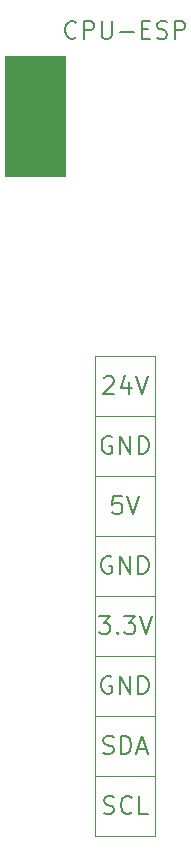
<source format=gbr>
%TF.GenerationSoftware,KiCad,Pcbnew,8.0.4-8.0.4-0~ubuntu22.04.1*%
%TF.CreationDate,2024-08-03T19:16:44+03:00*%
%TF.ProjectId,PM-CPU-ESP-front,504d2d43-5055-42d4-9553-502d66726f6e,rev?*%
%TF.SameCoordinates,Original*%
%TF.FileFunction,Legend,Top*%
%TF.FilePolarity,Positive*%
%FSLAX46Y46*%
G04 Gerber Fmt 4.6, Leading zero omitted, Abs format (unit mm)*
G04 Created by KiCad (PCBNEW 8.0.4-8.0.4-0~ubuntu22.04.1) date 2024-08-03 19:16:44*
%MOMM*%
%LPD*%
G01*
G04 APERTURE LIST*
%ADD10C,0.200000*%
%ADD11C,0.100000*%
%ADD12O,1.700000X1.700000*%
%ADD13R,1.700000X1.700000*%
G04 APERTURE END LIST*
D10*
X143177142Y-53003171D02*
X143105714Y-53074600D01*
X143105714Y-53074600D02*
X142891428Y-53146028D01*
X142891428Y-53146028D02*
X142748571Y-53146028D01*
X142748571Y-53146028D02*
X142534285Y-53074600D01*
X142534285Y-53074600D02*
X142391428Y-52931742D01*
X142391428Y-52931742D02*
X142319999Y-52788885D01*
X142319999Y-52788885D02*
X142248571Y-52503171D01*
X142248571Y-52503171D02*
X142248571Y-52288885D01*
X142248571Y-52288885D02*
X142319999Y-52003171D01*
X142319999Y-52003171D02*
X142391428Y-51860314D01*
X142391428Y-51860314D02*
X142534285Y-51717457D01*
X142534285Y-51717457D02*
X142748571Y-51646028D01*
X142748571Y-51646028D02*
X142891428Y-51646028D01*
X142891428Y-51646028D02*
X143105714Y-51717457D01*
X143105714Y-51717457D02*
X143177142Y-51788885D01*
X143819999Y-53146028D02*
X143819999Y-51646028D01*
X143819999Y-51646028D02*
X144391428Y-51646028D01*
X144391428Y-51646028D02*
X144534285Y-51717457D01*
X144534285Y-51717457D02*
X144605714Y-51788885D01*
X144605714Y-51788885D02*
X144677142Y-51931742D01*
X144677142Y-51931742D02*
X144677142Y-52146028D01*
X144677142Y-52146028D02*
X144605714Y-52288885D01*
X144605714Y-52288885D02*
X144534285Y-52360314D01*
X144534285Y-52360314D02*
X144391428Y-52431742D01*
X144391428Y-52431742D02*
X143819999Y-52431742D01*
X145319999Y-51646028D02*
X145319999Y-52860314D01*
X145319999Y-52860314D02*
X145391428Y-53003171D01*
X145391428Y-53003171D02*
X145462857Y-53074600D01*
X145462857Y-53074600D02*
X145605714Y-53146028D01*
X145605714Y-53146028D02*
X145891428Y-53146028D01*
X145891428Y-53146028D02*
X146034285Y-53074600D01*
X146034285Y-53074600D02*
X146105714Y-53003171D01*
X146105714Y-53003171D02*
X146177142Y-52860314D01*
X146177142Y-52860314D02*
X146177142Y-51646028D01*
X146891428Y-52574600D02*
X148034286Y-52574600D01*
X148748571Y-52360314D02*
X149248571Y-52360314D01*
X149462857Y-53146028D02*
X148748571Y-53146028D01*
X148748571Y-53146028D02*
X148748571Y-51646028D01*
X148748571Y-51646028D02*
X149462857Y-51646028D01*
X150034286Y-53074600D02*
X150248572Y-53146028D01*
X150248572Y-53146028D02*
X150605714Y-53146028D01*
X150605714Y-53146028D02*
X150748572Y-53074600D01*
X150748572Y-53074600D02*
X150820000Y-53003171D01*
X150820000Y-53003171D02*
X150891429Y-52860314D01*
X150891429Y-52860314D02*
X150891429Y-52717457D01*
X150891429Y-52717457D02*
X150820000Y-52574600D01*
X150820000Y-52574600D02*
X150748572Y-52503171D01*
X150748572Y-52503171D02*
X150605714Y-52431742D01*
X150605714Y-52431742D02*
X150320000Y-52360314D01*
X150320000Y-52360314D02*
X150177143Y-52288885D01*
X150177143Y-52288885D02*
X150105714Y-52217457D01*
X150105714Y-52217457D02*
X150034286Y-52074600D01*
X150034286Y-52074600D02*
X150034286Y-51931742D01*
X150034286Y-51931742D02*
X150105714Y-51788885D01*
X150105714Y-51788885D02*
X150177143Y-51717457D01*
X150177143Y-51717457D02*
X150320000Y-51646028D01*
X150320000Y-51646028D02*
X150677143Y-51646028D01*
X150677143Y-51646028D02*
X150891429Y-51717457D01*
X151534285Y-53146028D02*
X151534285Y-51646028D01*
X151534285Y-51646028D02*
X152105714Y-51646028D01*
X152105714Y-51646028D02*
X152248571Y-51717457D01*
X152248571Y-51717457D02*
X152320000Y-51788885D01*
X152320000Y-51788885D02*
X152391428Y-51931742D01*
X152391428Y-51931742D02*
X152391428Y-52146028D01*
X152391428Y-52146028D02*
X152320000Y-52288885D01*
X152320000Y-52288885D02*
X152248571Y-52360314D01*
X152248571Y-52360314D02*
X152105714Y-52431742D01*
X152105714Y-52431742D02*
X151534285Y-52431742D01*
D11*
X137160000Y-54610000D02*
X142240000Y-54610000D01*
X142240000Y-64770000D01*
X137160000Y-64770000D01*
X137160000Y-54610000D01*
G36*
X137160000Y-54610000D02*
G01*
X142240000Y-54610000D01*
X142240000Y-64770000D01*
X137160000Y-64770000D01*
X137160000Y-54610000D01*
G37*
X144780000Y-80010000D02*
X149860000Y-80010000D01*
X149860000Y-85090000D01*
X144780000Y-85090000D01*
X144780000Y-80010000D01*
X144780000Y-115570000D02*
X149860000Y-115570000D01*
X149860000Y-120650000D01*
X144780000Y-120650000D01*
X144780000Y-115570000D01*
X144780000Y-100330000D02*
X149860000Y-100330000D01*
X149860000Y-105410000D01*
X144780000Y-105410000D01*
X144780000Y-100330000D01*
X144780000Y-85090000D02*
X149860000Y-85090000D01*
X149860000Y-90170000D01*
X144780000Y-90170000D01*
X144780000Y-85090000D01*
X144780000Y-110490000D02*
X149860000Y-110490000D01*
X149860000Y-115570000D01*
X144780000Y-115570000D01*
X144780000Y-110490000D01*
X144780000Y-105410000D02*
X149860000Y-105410000D01*
X149860000Y-110490000D01*
X144780000Y-110490000D01*
X144780000Y-105410000D01*
X144780000Y-90170000D02*
X149860000Y-90170000D01*
X149860000Y-95250000D01*
X144780000Y-95250000D01*
X144780000Y-90170000D01*
X144780000Y-95250000D02*
X149860000Y-95250000D01*
X149860000Y-100330000D01*
X144780000Y-100330000D01*
X144780000Y-95250000D01*
D10*
X146158721Y-107198957D02*
X146015864Y-107127528D01*
X146015864Y-107127528D02*
X145801578Y-107127528D01*
X145801578Y-107127528D02*
X145587292Y-107198957D01*
X145587292Y-107198957D02*
X145444435Y-107341814D01*
X145444435Y-107341814D02*
X145373006Y-107484671D01*
X145373006Y-107484671D02*
X145301578Y-107770385D01*
X145301578Y-107770385D02*
X145301578Y-107984671D01*
X145301578Y-107984671D02*
X145373006Y-108270385D01*
X145373006Y-108270385D02*
X145444435Y-108413242D01*
X145444435Y-108413242D02*
X145587292Y-108556100D01*
X145587292Y-108556100D02*
X145801578Y-108627528D01*
X145801578Y-108627528D02*
X145944435Y-108627528D01*
X145944435Y-108627528D02*
X146158721Y-108556100D01*
X146158721Y-108556100D02*
X146230149Y-108484671D01*
X146230149Y-108484671D02*
X146230149Y-107984671D01*
X146230149Y-107984671D02*
X145944435Y-107984671D01*
X146873006Y-108627528D02*
X146873006Y-107127528D01*
X146873006Y-107127528D02*
X147730149Y-108627528D01*
X147730149Y-108627528D02*
X147730149Y-107127528D01*
X148444435Y-108627528D02*
X148444435Y-107127528D01*
X148444435Y-107127528D02*
X148801578Y-107127528D01*
X148801578Y-107127528D02*
X149015864Y-107198957D01*
X149015864Y-107198957D02*
X149158721Y-107341814D01*
X149158721Y-107341814D02*
X149230150Y-107484671D01*
X149230150Y-107484671D02*
X149301578Y-107770385D01*
X149301578Y-107770385D02*
X149301578Y-107984671D01*
X149301578Y-107984671D02*
X149230150Y-108270385D01*
X149230150Y-108270385D02*
X149158721Y-108413242D01*
X149158721Y-108413242D02*
X149015864Y-108556100D01*
X149015864Y-108556100D02*
X148801578Y-108627528D01*
X148801578Y-108627528D02*
X148444435Y-108627528D01*
X145105714Y-102047528D02*
X146034286Y-102047528D01*
X146034286Y-102047528D02*
X145534286Y-102618957D01*
X145534286Y-102618957D02*
X145748571Y-102618957D01*
X145748571Y-102618957D02*
X145891429Y-102690385D01*
X145891429Y-102690385D02*
X145962857Y-102761814D01*
X145962857Y-102761814D02*
X146034286Y-102904671D01*
X146034286Y-102904671D02*
X146034286Y-103261814D01*
X146034286Y-103261814D02*
X145962857Y-103404671D01*
X145962857Y-103404671D02*
X145891429Y-103476100D01*
X145891429Y-103476100D02*
X145748571Y-103547528D01*
X145748571Y-103547528D02*
X145320000Y-103547528D01*
X145320000Y-103547528D02*
X145177143Y-103476100D01*
X145177143Y-103476100D02*
X145105714Y-103404671D01*
X146677142Y-103404671D02*
X146748571Y-103476100D01*
X146748571Y-103476100D02*
X146677142Y-103547528D01*
X146677142Y-103547528D02*
X146605714Y-103476100D01*
X146605714Y-103476100D02*
X146677142Y-103404671D01*
X146677142Y-103404671D02*
X146677142Y-103547528D01*
X147248571Y-102047528D02*
X148177143Y-102047528D01*
X148177143Y-102047528D02*
X147677143Y-102618957D01*
X147677143Y-102618957D02*
X147891428Y-102618957D01*
X147891428Y-102618957D02*
X148034286Y-102690385D01*
X148034286Y-102690385D02*
X148105714Y-102761814D01*
X148105714Y-102761814D02*
X148177143Y-102904671D01*
X148177143Y-102904671D02*
X148177143Y-103261814D01*
X148177143Y-103261814D02*
X148105714Y-103404671D01*
X148105714Y-103404671D02*
X148034286Y-103476100D01*
X148034286Y-103476100D02*
X147891428Y-103547528D01*
X147891428Y-103547528D02*
X147462857Y-103547528D01*
X147462857Y-103547528D02*
X147320000Y-103476100D01*
X147320000Y-103476100D02*
X147248571Y-103404671D01*
X148605714Y-102047528D02*
X149105714Y-103547528D01*
X149105714Y-103547528D02*
X149605714Y-102047528D01*
X145534286Y-81870385D02*
X145605714Y-81798957D01*
X145605714Y-81798957D02*
X145748572Y-81727528D01*
X145748572Y-81727528D02*
X146105714Y-81727528D01*
X146105714Y-81727528D02*
X146248572Y-81798957D01*
X146248572Y-81798957D02*
X146320000Y-81870385D01*
X146320000Y-81870385D02*
X146391429Y-82013242D01*
X146391429Y-82013242D02*
X146391429Y-82156100D01*
X146391429Y-82156100D02*
X146320000Y-82370385D01*
X146320000Y-82370385D02*
X145462857Y-83227528D01*
X145462857Y-83227528D02*
X146391429Y-83227528D01*
X147677143Y-82227528D02*
X147677143Y-83227528D01*
X147320000Y-81656100D02*
X146962857Y-82727528D01*
X146962857Y-82727528D02*
X147891428Y-82727528D01*
X148248571Y-81727528D02*
X148748571Y-83227528D01*
X148748571Y-83227528D02*
X149248571Y-81727528D01*
X147015864Y-91887528D02*
X146301578Y-91887528D01*
X146301578Y-91887528D02*
X146230150Y-92601814D01*
X146230150Y-92601814D02*
X146301578Y-92530385D01*
X146301578Y-92530385D02*
X146444436Y-92458957D01*
X146444436Y-92458957D02*
X146801578Y-92458957D01*
X146801578Y-92458957D02*
X146944436Y-92530385D01*
X146944436Y-92530385D02*
X147015864Y-92601814D01*
X147015864Y-92601814D02*
X147087293Y-92744671D01*
X147087293Y-92744671D02*
X147087293Y-93101814D01*
X147087293Y-93101814D02*
X147015864Y-93244671D01*
X147015864Y-93244671D02*
X146944436Y-93316100D01*
X146944436Y-93316100D02*
X146801578Y-93387528D01*
X146801578Y-93387528D02*
X146444436Y-93387528D01*
X146444436Y-93387528D02*
X146301578Y-93316100D01*
X146301578Y-93316100D02*
X146230150Y-93244671D01*
X147515864Y-91887528D02*
X148015864Y-93387528D01*
X148015864Y-93387528D02*
X148515864Y-91887528D01*
X146177143Y-86878957D02*
X146034286Y-86807528D01*
X146034286Y-86807528D02*
X145820000Y-86807528D01*
X145820000Y-86807528D02*
X145605714Y-86878957D01*
X145605714Y-86878957D02*
X145462857Y-87021814D01*
X145462857Y-87021814D02*
X145391428Y-87164671D01*
X145391428Y-87164671D02*
X145320000Y-87450385D01*
X145320000Y-87450385D02*
X145320000Y-87664671D01*
X145320000Y-87664671D02*
X145391428Y-87950385D01*
X145391428Y-87950385D02*
X145462857Y-88093242D01*
X145462857Y-88093242D02*
X145605714Y-88236100D01*
X145605714Y-88236100D02*
X145820000Y-88307528D01*
X145820000Y-88307528D02*
X145962857Y-88307528D01*
X145962857Y-88307528D02*
X146177143Y-88236100D01*
X146177143Y-88236100D02*
X146248571Y-88164671D01*
X146248571Y-88164671D02*
X146248571Y-87664671D01*
X146248571Y-87664671D02*
X145962857Y-87664671D01*
X146891428Y-88307528D02*
X146891428Y-86807528D01*
X146891428Y-86807528D02*
X147748571Y-88307528D01*
X147748571Y-88307528D02*
X147748571Y-86807528D01*
X148462857Y-88307528D02*
X148462857Y-86807528D01*
X148462857Y-86807528D02*
X148820000Y-86807528D01*
X148820000Y-86807528D02*
X149034286Y-86878957D01*
X149034286Y-86878957D02*
X149177143Y-87021814D01*
X149177143Y-87021814D02*
X149248572Y-87164671D01*
X149248572Y-87164671D02*
X149320000Y-87450385D01*
X149320000Y-87450385D02*
X149320000Y-87664671D01*
X149320000Y-87664671D02*
X149248572Y-87950385D01*
X149248572Y-87950385D02*
X149177143Y-88093242D01*
X149177143Y-88093242D02*
X149034286Y-88236100D01*
X149034286Y-88236100D02*
X148820000Y-88307528D01*
X148820000Y-88307528D02*
X148462857Y-88307528D01*
X146158721Y-97038957D02*
X146015864Y-96967528D01*
X146015864Y-96967528D02*
X145801578Y-96967528D01*
X145801578Y-96967528D02*
X145587292Y-97038957D01*
X145587292Y-97038957D02*
X145444435Y-97181814D01*
X145444435Y-97181814D02*
X145373006Y-97324671D01*
X145373006Y-97324671D02*
X145301578Y-97610385D01*
X145301578Y-97610385D02*
X145301578Y-97824671D01*
X145301578Y-97824671D02*
X145373006Y-98110385D01*
X145373006Y-98110385D02*
X145444435Y-98253242D01*
X145444435Y-98253242D02*
X145587292Y-98396100D01*
X145587292Y-98396100D02*
X145801578Y-98467528D01*
X145801578Y-98467528D02*
X145944435Y-98467528D01*
X145944435Y-98467528D02*
X146158721Y-98396100D01*
X146158721Y-98396100D02*
X146230149Y-98324671D01*
X146230149Y-98324671D02*
X146230149Y-97824671D01*
X146230149Y-97824671D02*
X145944435Y-97824671D01*
X146873006Y-98467528D02*
X146873006Y-96967528D01*
X146873006Y-96967528D02*
X147730149Y-98467528D01*
X147730149Y-98467528D02*
X147730149Y-96967528D01*
X148444435Y-98467528D02*
X148444435Y-96967528D01*
X148444435Y-96967528D02*
X148801578Y-96967528D01*
X148801578Y-96967528D02*
X149015864Y-97038957D01*
X149015864Y-97038957D02*
X149158721Y-97181814D01*
X149158721Y-97181814D02*
X149230150Y-97324671D01*
X149230150Y-97324671D02*
X149301578Y-97610385D01*
X149301578Y-97610385D02*
X149301578Y-97824671D01*
X149301578Y-97824671D02*
X149230150Y-98110385D01*
X149230150Y-98110385D02*
X149158721Y-98253242D01*
X149158721Y-98253242D02*
X149015864Y-98396100D01*
X149015864Y-98396100D02*
X148801578Y-98467528D01*
X148801578Y-98467528D02*
X148444435Y-98467528D01*
X145515864Y-118716100D02*
X145730150Y-118787528D01*
X145730150Y-118787528D02*
X146087292Y-118787528D01*
X146087292Y-118787528D02*
X146230150Y-118716100D01*
X146230150Y-118716100D02*
X146301578Y-118644671D01*
X146301578Y-118644671D02*
X146373007Y-118501814D01*
X146373007Y-118501814D02*
X146373007Y-118358957D01*
X146373007Y-118358957D02*
X146301578Y-118216100D01*
X146301578Y-118216100D02*
X146230150Y-118144671D01*
X146230150Y-118144671D02*
X146087292Y-118073242D01*
X146087292Y-118073242D02*
X145801578Y-118001814D01*
X145801578Y-118001814D02*
X145658721Y-117930385D01*
X145658721Y-117930385D02*
X145587292Y-117858957D01*
X145587292Y-117858957D02*
X145515864Y-117716100D01*
X145515864Y-117716100D02*
X145515864Y-117573242D01*
X145515864Y-117573242D02*
X145587292Y-117430385D01*
X145587292Y-117430385D02*
X145658721Y-117358957D01*
X145658721Y-117358957D02*
X145801578Y-117287528D01*
X145801578Y-117287528D02*
X146158721Y-117287528D01*
X146158721Y-117287528D02*
X146373007Y-117358957D01*
X147873006Y-118644671D02*
X147801578Y-118716100D01*
X147801578Y-118716100D02*
X147587292Y-118787528D01*
X147587292Y-118787528D02*
X147444435Y-118787528D01*
X147444435Y-118787528D02*
X147230149Y-118716100D01*
X147230149Y-118716100D02*
X147087292Y-118573242D01*
X147087292Y-118573242D02*
X147015863Y-118430385D01*
X147015863Y-118430385D02*
X146944435Y-118144671D01*
X146944435Y-118144671D02*
X146944435Y-117930385D01*
X146944435Y-117930385D02*
X147015863Y-117644671D01*
X147015863Y-117644671D02*
X147087292Y-117501814D01*
X147087292Y-117501814D02*
X147230149Y-117358957D01*
X147230149Y-117358957D02*
X147444435Y-117287528D01*
X147444435Y-117287528D02*
X147587292Y-117287528D01*
X147587292Y-117287528D02*
X147801578Y-117358957D01*
X147801578Y-117358957D02*
X147873006Y-117430385D01*
X149230149Y-118787528D02*
X148515863Y-118787528D01*
X148515863Y-118787528D02*
X148515863Y-117287528D01*
X145480150Y-113636100D02*
X145694436Y-113707528D01*
X145694436Y-113707528D02*
X146051578Y-113707528D01*
X146051578Y-113707528D02*
X146194436Y-113636100D01*
X146194436Y-113636100D02*
X146265864Y-113564671D01*
X146265864Y-113564671D02*
X146337293Y-113421814D01*
X146337293Y-113421814D02*
X146337293Y-113278957D01*
X146337293Y-113278957D02*
X146265864Y-113136100D01*
X146265864Y-113136100D02*
X146194436Y-113064671D01*
X146194436Y-113064671D02*
X146051578Y-112993242D01*
X146051578Y-112993242D02*
X145765864Y-112921814D01*
X145765864Y-112921814D02*
X145623007Y-112850385D01*
X145623007Y-112850385D02*
X145551578Y-112778957D01*
X145551578Y-112778957D02*
X145480150Y-112636100D01*
X145480150Y-112636100D02*
X145480150Y-112493242D01*
X145480150Y-112493242D02*
X145551578Y-112350385D01*
X145551578Y-112350385D02*
X145623007Y-112278957D01*
X145623007Y-112278957D02*
X145765864Y-112207528D01*
X145765864Y-112207528D02*
X146123007Y-112207528D01*
X146123007Y-112207528D02*
X146337293Y-112278957D01*
X146980149Y-113707528D02*
X146980149Y-112207528D01*
X146980149Y-112207528D02*
X147337292Y-112207528D01*
X147337292Y-112207528D02*
X147551578Y-112278957D01*
X147551578Y-112278957D02*
X147694435Y-112421814D01*
X147694435Y-112421814D02*
X147765864Y-112564671D01*
X147765864Y-112564671D02*
X147837292Y-112850385D01*
X147837292Y-112850385D02*
X147837292Y-113064671D01*
X147837292Y-113064671D02*
X147765864Y-113350385D01*
X147765864Y-113350385D02*
X147694435Y-113493242D01*
X147694435Y-113493242D02*
X147551578Y-113636100D01*
X147551578Y-113636100D02*
X147337292Y-113707528D01*
X147337292Y-113707528D02*
X146980149Y-113707528D01*
X148408721Y-113278957D02*
X149123007Y-113278957D01*
X148265864Y-113707528D02*
X148765864Y-112207528D01*
X148765864Y-112207528D02*
X149265864Y-113707528D01*
%LPC*%
D12*
%TO.C,D3*%
X153670000Y-102870000D03*
%TD*%
%TO.C,D2*%
X153670000Y-92710000D03*
%TD*%
%TO.C,D1*%
X153670000Y-82550000D03*
%TD*%
D13*
%TO.C,J2*%
X142240000Y-96520000D03*
D12*
X139700000Y-96520000D03*
X142240000Y-99060000D03*
X139700000Y-99060000D03*
X142240000Y-101600000D03*
X139700000Y-101600000D03*
X142240000Y-104140000D03*
X139700000Y-104140000D03*
%TD*%
%LPD*%
M02*

</source>
